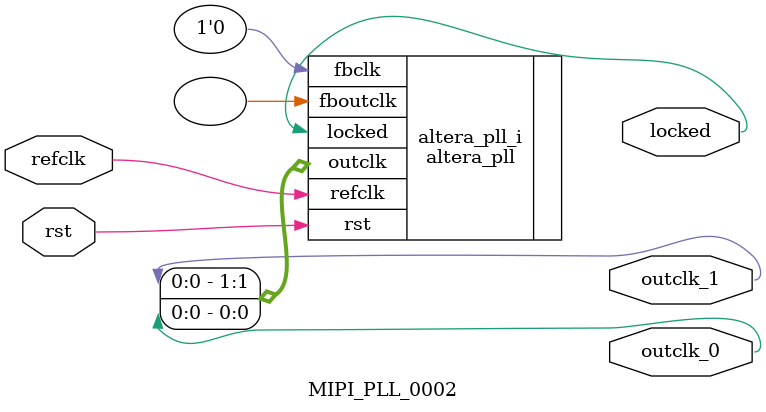
<source format=v>
`timescale 1ns/10ps
module  MIPI_PLL_0002(

	// interface 'refclk'
	input wire refclk,

	// interface 'reset'
	input wire rst,

	// interface 'outclk0'
	output wire outclk_0,

	// interface 'outclk1'
	output wire outclk_1,

	// interface 'locked'
	output wire locked
);

	altera_pll #(
		.fractional_vco_multiplier("false"),
		.reference_clock_frequency("50.0 MHz"),
		.operation_mode("direct"),
		.number_of_clocks(2),
		.output_clock_frequency0("20.000000 MHz"),
		.phase_shift0("0 ps"),
		.duty_cycle0(50),
		.output_clock_frequency1("25.000000 MHz"),
		.phase_shift1("0 ps"),
		.duty_cycle1(50),
		.output_clock_frequency2("0 MHz"),
		.phase_shift2("0 ps"),
		.duty_cycle2(50),
		.output_clock_frequency3("0 MHz"),
		.phase_shift3("0 ps"),
		.duty_cycle3(50),
		.output_clock_frequency4("0 MHz"),
		.phase_shift4("0 ps"),
		.duty_cycle4(50),
		.output_clock_frequency5("0 MHz"),
		.phase_shift5("0 ps"),
		.duty_cycle5(50),
		.output_clock_frequency6("0 MHz"),
		.phase_shift6("0 ps"),
		.duty_cycle6(50),
		.output_clock_frequency7("0 MHz"),
		.phase_shift7("0 ps"),
		.duty_cycle7(50),
		.output_clock_frequency8("0 MHz"),
		.phase_shift8("0 ps"),
		.duty_cycle8(50),
		.output_clock_frequency9("0 MHz"),
		.phase_shift9("0 ps"),
		.duty_cycle9(50),
		.output_clock_frequency10("0 MHz"),
		.phase_shift10("0 ps"),
		.duty_cycle10(50),
		.output_clock_frequency11("0 MHz"),
		.phase_shift11("0 ps"),
		.duty_cycle11(50),
		.output_clock_frequency12("0 MHz"),
		.phase_shift12("0 ps"),
		.duty_cycle12(50),
		.output_clock_frequency13("0 MHz"),
		.phase_shift13("0 ps"),
		.duty_cycle13(50),
		.output_clock_frequency14("0 MHz"),
		.phase_shift14("0 ps"),
		.duty_cycle14(50),
		.output_clock_frequency15("0 MHz"),
		.phase_shift15("0 ps"),
		.duty_cycle15(50),
		.output_clock_frequency16("0 MHz"),
		.phase_shift16("0 ps"),
		.duty_cycle16(50),
		.output_clock_frequency17("0 MHz"),
		.phase_shift17("0 ps"),
		.duty_cycle17(50),
		.pll_type("General"),
		.pll_subtype("General")
	) altera_pll_i (
		.rst	(rst),
		.outclk	({outclk_1, outclk_0}),
		.locked	(locked),
		.fboutclk	( ),
		.fbclk	(1'b0),
		.refclk	(refclk)
	);
endmodule


</source>
